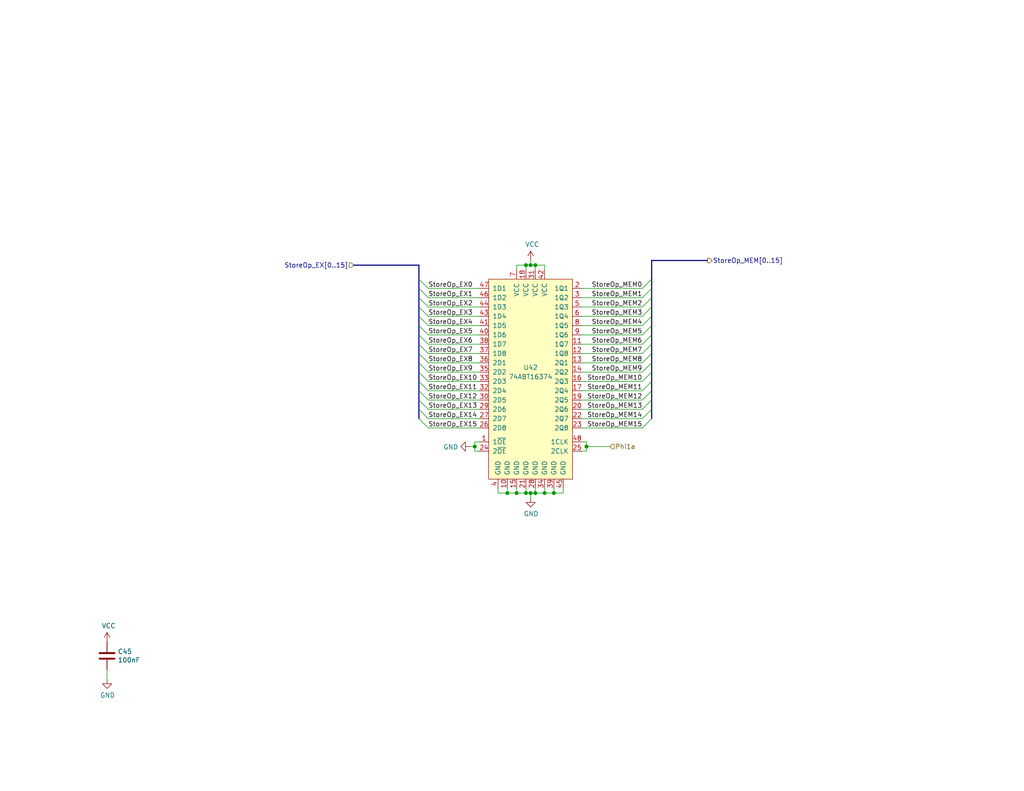
<source format=kicad_sch>
(kicad_sch (version 20211123) (generator eeschema)
  (paper "USLetter")
  (title_block (title "EX/MEM: Store Operand Register") (date "2022-09-25") (rev "C"))
  (lib_symbols
    (symbol "74xx (kicad5):74ABT16374" (pin_names (offset 1.016))
      (property "Reference" "U" (at 0 1.27 0))
      (property "Value" "74ABT16374" (at 0 -1.27 0))
      (symbol "74ABT16374_0_0"
        (pin input line (at -13.97 -20.32 0) (length 2.54) (name "1~{OE}") (number "1"))
        (pin power_in line (at -6.35 -33.02 90) (length 2.54) (name "GND") (number "10"))
        (pin tri_state line (at 13.97 6.35 180) (length 2.54) (name "1Q7") (number "11"))
        (pin tri_state line (at 13.97 3.81 180) (length 2.54) (name "1Q8") (number "12"))
        (pin tri_state line (at 13.97 1.27 180) (length 2.54) (name "2Q1") (number "13"))
        (pin tri_state line (at 13.97 -1.27 180) (length 2.54) (name "2Q2") (number "14"))
        (pin power_in line (at -3.81 -33.02 90) (length 2.54) (name "GND") (number "15"))
        (pin tri_state line (at 13.97 -3.81 180) (length 2.54) (name "2Q3") (number "16"))
        (pin tri_state line (at 13.97 -6.35 180) (length 2.54) (name "2Q4") (number "17"))
        (pin power_in line (at -1.27 26.67 270) (length 2.54) (name "VCC") (number "18"))
        (pin tri_state line (at 13.97 -8.89 180) (length 2.54) (name "2Q5") (number "19"))
        (pin tri_state line (at 13.97 21.59 180) (length 2.54) (name "1Q1") (number "2"))
        (pin tri_state line (at 13.97 -11.43 180) (length 2.54) (name "2Q6") (number "20"))
        (pin power_in line (at -1.27 -33.02 90) (length 2.54) (name "GND") (number "21"))
        (pin tri_state line (at 13.97 -13.97 180) (length 2.54) (name "2Q7") (number "22"))
        (pin tri_state line (at 13.97 -16.51 180) (length 2.54) (name "2Q8") (number "23"))
        (pin input line (at -13.97 -22.86 0) (length 2.54) (name "2~{OE}") (number "24"))
        (pin input line (at 13.97 -22.86 180) (length 2.54) (name "2CLK") (number "25"))
        (pin input line (at -13.97 -16.51 0) (length 2.54) (name "2D8") (number "26"))
        (pin input line (at -13.97 -13.97 0) (length 2.54) (name "2D7") (number "27"))
        (pin power_in line (at 1.27 -33.02 90) (length 2.54) (name "GND") (number "28"))
        (pin input line (at -13.97 -11.43 0) (length 2.54) (name "2D6") (number "29"))
        (pin tri_state line (at 13.97 19.05 180) (length 2.54) (name "1Q2") (number "3"))
        (pin input line (at -13.97 -8.89 0) (length 2.54) (name "2D5") (number "30"))
        (pin power_in line (at 1.27 26.67 270) (length 2.54) (name "VCC") (number "31"))
        (pin input line (at -13.97 -6.35 0) (length 2.54) (name "2D4") (number "32"))
        (pin input line (at -13.97 -3.81 0) (length 2.54) (name "2D3") (number "33"))
        (pin power_in line (at 3.81 -33.02 90) (length 2.54) (name "GND") (number "34"))
        (pin input line (at -13.97 -1.27 0) (length 2.54) (name "2D2") (number "35"))
        (pin input line (at -13.97 1.27 0) (length 2.54) (name "2D1") (number "36"))
        (pin input line (at -13.97 3.81 0) (length 2.54) (name "1D8") (number "37"))
        (pin input line (at -13.97 6.35 0) (length 2.54) (name "1D7") (number "38"))
        (pin power_in line (at 6.35 -33.02 90) (length 2.54) (name "GND") (number "39"))
        (pin power_in line (at -8.89 -33.02 90) (length 2.54) (name "GND") (number "4"))
        (pin input line (at -13.97 8.89 0) (length 2.54) (name "1D6") (number "40"))
        (pin input line (at -13.97 11.43 0) (length 2.54) (name "1D5") (number "41"))
        (pin power_in line (at 3.81 26.67 270) (length 2.54) (name "VCC") (number "42"))
        (pin input line (at -13.97 13.97 0) (length 2.54) (name "1D4") (number "43"))
        (pin input line (at -13.97 16.51 0) (length 2.54) (name "1D3") (number "44"))
        (pin power_in line (at 8.89 -33.02 90) (length 2.54) (name "GND") (number "45"))
        (pin input line (at -13.97 19.05 0) (length 2.54) (name "1D2") (number "46"))
        (pin input line (at -13.97 21.59 0) (length 2.54) (name "1D1") (number "47"))
        (pin input line (at 13.97 -20.32 180) (length 2.54) (name "1CLK") (number "48"))
        (pin tri_state line (at 13.97 16.51 180) (length 2.54) (name "1Q3") (number "5"))
        (pin tri_state line (at 13.97 13.97 180) (length 2.54) (name "1Q4") (number "6"))
        (pin power_in line (at -3.81 26.67 270) (length 2.54) (name "VCC") (number "7"))
        (pin tri_state line (at 13.97 11.43 180) (length 2.54) (name "1Q5") (number "8"))
        (pin tri_state line (at 13.97 8.89 180) (length 2.54) (name "1Q6") (number "9"))
      )
      (symbol "74ABT16374_0_1"
        (rectangle (start -11.43 24.13) (end 11.43 -30.48) (fill (type background)))
      )
    )
    (symbol "Device:C" (pin_numbers hide) (pin_names (offset 0.254))
      (property "Reference" "C" (at 0.635 2.54 0))
      (property "Value" "C" (at 0.635 -2.54 0))
      (symbol "C_0_1"
        (polyline (pts (xy -2.032 -0.762) (xy 2.032 -0.762)) (stroke (width 0.508)))
        (polyline (pts (xy -2.032 0.762) (xy 2.032 0.762)) (stroke (width 0.508)))
      )
      (symbol "C_1_1"
        (pin passive line (at 0 3.81 270) (length 2.794) (name "~") (number "1"))
        (pin passive line (at 0 -3.81 90) (length 2.794) (name "~") (number "2"))
      )
    )
    (symbol "power:GND" (power) (pin_names (offset 0))
      (property "Value" "GND" (at 0 -3.81 0))
      (symbol "GND_0_1"
        (polyline (pts (xy 0 0) (xy 0 -1.27) (xy 1.27 -1.27) (xy 0 -2.54) (xy -1.27 -1.27) (xy 0 -1.27)))
      )
      (symbol "GND_1_1"
        (pin power_in line (at 0 0 270) (length 0) hide (name "GND") (number "1"))
      )
    )
    (symbol "power:VCC" (power) (pin_names (offset 0))
      (property "Value" "VCC" (at 0 3.81 0))
      (symbol "VCC_0_1"
        (polyline (pts (xy -0.762 1.27) (xy 0 2.54)))
        (polyline (pts (xy 0 0) (xy 0 2.54)))
        (polyline (pts (xy 0 2.54) (xy 0.762 1.27)))
      )
      (symbol "VCC_1_1"
        (pin power_in line (at 0 0 90) (length 0) hide (name "VCC") (number "1"))
      )
    )
  )
  (junction (at 144.78 72.39))
  (junction (at 143.51 134.62))
  (junction (at 144.78 134.62))
  (junction (at 138.43 134.62))
  (junction (at 160.02 121.92))
  (junction (at 143.51 72.39))
  (junction (at 146.05 72.39))
  (junction (at 151.13 134.62))
  (junction (at 129.54 121.92))
  (junction (at 140.97 134.62))
  (junction (at 148.59 134.62))
  (junction (at 146.05 134.62))
  (bus_entry (at 114.3 78.74) (size 2.54 2.54))
  (bus_entry (at 114.3 76.2) (size 2.54 2.54))
  (bus_entry (at 114.3 91.44) (size 2.54 2.54))
  (bus_entry (at 114.3 114.3) (size 2.54 2.54))
  (bus_entry (at 177.8 106.68) (size -2.54 2.54))
  (bus_entry (at 114.3 111.76) (size 2.54 2.54))
  (bus_entry (at 114.3 109.22) (size 2.54 2.54))
  (bus_entry (at 114.3 88.9) (size 2.54 2.54))
  (bus_entry (at 114.3 96.52) (size 2.54 2.54))
  (bus_entry (at 177.8 88.9) (size -2.54 2.54))
  (bus_entry (at 114.3 101.6) (size 2.54 2.54))
  (bus_entry (at 177.8 86.36) (size -2.54 2.54))
  (bus_entry (at 177.8 96.52) (size -2.54 2.54))
  (bus_entry (at 114.3 99.06) (size 2.54 2.54))
  (bus_entry (at 114.3 83.82) (size 2.54 2.54))
  (bus_entry (at 177.8 76.2) (size -2.54 2.54))
  (bus_entry (at 114.3 104.14) (size 2.54 2.54))
  (bus_entry (at 177.8 83.82) (size -2.54 2.54))
  (bus_entry (at 177.8 109.22) (size -2.54 2.54))
  (bus_entry (at 177.8 114.3) (size -2.54 2.54))
  (bus_entry (at 177.8 99.06) (size -2.54 2.54))
  (bus_entry (at 114.3 81.28) (size 2.54 2.54))
  (bus_entry (at 114.3 93.98) (size 2.54 2.54))
  (bus_entry (at 177.8 101.6) (size -2.54 2.54))
  (bus_entry (at 177.8 104.14) (size -2.54 2.54))
  (bus_entry (at 177.8 91.44) (size -2.54 2.54))
  (bus_entry (at 114.3 86.36) (size 2.54 2.54))
  (bus_entry (at 177.8 111.76) (size -2.54 2.54))
  (bus_entry (at 177.8 93.98) (size -2.54 2.54))
  (bus_entry (at 177.8 81.28) (size -2.54 2.54))
  (bus_entry (at 177.8 78.74) (size -2.54 2.54))
  (bus_entry (at 114.3 106.68) (size 2.54 2.54))
  (wire (pts (xy 116.84 111.76) (xy 130.81 111.76)))
  (wire (pts (xy 138.43 134.62) (xy 140.97 134.62)))
  (wire (pts (xy 175.26 114.3) (xy 158.75 114.3)))
  (wire (pts (xy 116.84 81.28) (xy 130.81 81.28)))
  (wire (pts (xy 140.97 72.39) (xy 143.51 72.39)))
  (bus (pts (xy 177.8 78.74) (xy 177.8 81.28)))
  (wire (pts (xy 175.26 109.22) (xy 158.75 109.22)))
  (bus (pts (xy 177.8 101.6) (xy 177.8 104.14)))
  (wire (pts (xy 143.51 133.35) (xy 143.51 134.62)))
  (bus (pts (xy 177.8 96.52) (xy 177.8 99.06)))
  (wire (pts (xy 146.05 133.35) (xy 146.05 134.62)))
  (wire (pts (xy 143.51 73.66) (xy 143.51 72.39)))
  (bus (pts (xy 177.8 91.44) (xy 177.8 93.98)))
  (bus (pts (xy 114.3 81.28) (xy 114.3 83.82)))
  (wire (pts (xy 143.51 72.39) (xy 144.78 72.39)))
  (wire (pts (xy 116.84 93.98) (xy 130.81 93.98)))
  (wire (pts (xy 175.26 96.52) (xy 158.75 96.52)))
  (bus (pts (xy 114.3 86.36) (xy 114.3 88.9)))
  (wire (pts (xy 116.84 104.14) (xy 130.81 104.14)))
  (wire (pts (xy 140.97 134.62) (xy 143.51 134.62)))
  (wire (pts (xy 144.78 72.39) (xy 146.05 72.39)))
  (bus (pts (xy 177.8 71.12) (xy 177.8 76.2)))
  (wire (pts (xy 146.05 134.62) (xy 148.59 134.62)))
  (wire (pts (xy 135.89 133.35) (xy 135.89 134.62)))
  (bus (pts (xy 114.3 104.14) (xy 114.3 106.68)))
  (wire (pts (xy 116.84 86.36) (xy 130.81 86.36)))
  (wire (pts (xy 143.51 134.62) (xy 144.78 134.62)))
  (wire (pts (xy 144.78 71.12) (xy 144.78 72.39)))
  (bus (pts (xy 114.3 83.82) (xy 114.3 86.36)))
  (wire (pts (xy 160.02 121.92) (xy 166.37 121.92)))
  (wire (pts (xy 116.84 106.68) (xy 130.81 106.68)))
  (wire (pts (xy 160.02 120.65) (xy 160.02 121.92)))
  (wire (pts (xy 160.02 121.92) (xy 160.02 123.19)))
  (wire (pts (xy 135.89 134.62) (xy 138.43 134.62)))
  (wire (pts (xy 175.26 91.44) (xy 158.75 91.44)))
  (bus (pts (xy 114.3 88.9) (xy 114.3 91.44)))
  (wire (pts (xy 175.26 116.84) (xy 158.75 116.84)))
  (bus (pts (xy 177.8 111.76) (xy 177.8 114.3)))
  (wire (pts (xy 138.43 133.35) (xy 138.43 134.62)))
  (bus (pts (xy 177.8 99.06) (xy 177.8 101.6)))
  (wire (pts (xy 116.84 109.22) (xy 130.81 109.22)))
  (bus (pts (xy 177.8 76.2) (xy 177.8 78.74)))
  (wire (pts (xy 153.67 134.62) (xy 153.67 133.35)))
  (wire (pts (xy 129.54 121.92) (xy 129.54 123.19)))
  (wire (pts (xy 116.84 96.52) (xy 130.81 96.52)))
  (wire (pts (xy 146.05 72.39) (xy 148.59 72.39)))
  (wire (pts (xy 140.97 73.66) (xy 140.97 72.39)))
  (wire (pts (xy 151.13 134.62) (xy 153.67 134.62)))
  (wire (pts (xy 175.26 106.68) (xy 158.75 106.68)))
  (wire (pts (xy 151.13 133.35) (xy 151.13 134.62)))
  (wire (pts (xy 144.78 134.62) (xy 144.78 135.89)))
  (bus (pts (xy 114.3 72.39) (xy 114.3 76.2)))
  (bus (pts (xy 114.3 109.22) (xy 114.3 111.76)))
  (wire (pts (xy 116.84 83.82) (xy 130.81 83.82)))
  (wire (pts (xy 129.54 121.92) (xy 128.27 121.92)))
  (bus (pts (xy 177.8 106.68) (xy 177.8 109.22)))
  (bus (pts (xy 114.3 111.76) (xy 114.3 114.3)))
  (wire (pts (xy 148.59 72.39) (xy 148.59 73.66)))
  (bus (pts (xy 114.3 78.74) (xy 114.3 81.28)))
  (wire (pts (xy 175.26 78.74) (xy 158.75 78.74)))
  (wire (pts (xy 175.26 101.6) (xy 158.75 101.6)))
  (wire (pts (xy 175.26 111.76) (xy 158.75 111.76)))
  (bus (pts (xy 177.8 83.82) (xy 177.8 86.36)))
  (wire (pts (xy 116.84 91.44) (xy 130.81 91.44)))
  (bus (pts (xy 114.3 106.68) (xy 114.3 109.22)))
  (wire (pts (xy 160.02 123.19) (xy 158.75 123.19)))
  (bus (pts (xy 114.3 91.44) (xy 114.3 93.98)))
  (wire (pts (xy 140.97 133.35) (xy 140.97 134.62)))
  (bus (pts (xy 177.8 88.9) (xy 177.8 91.44)))
  (wire (pts (xy 129.54 120.65) (xy 129.54 121.92)))
  (wire (pts (xy 116.84 101.6) (xy 130.81 101.6)))
  (wire (pts (xy 175.26 104.14) (xy 158.75 104.14)))
  (wire (pts (xy 130.81 120.65) (xy 129.54 120.65)))
  (wire (pts (xy 148.59 134.62) (xy 151.13 134.62)))
  (bus (pts (xy 177.8 93.98) (xy 177.8 96.52)))
  (wire (pts (xy 29.21 185.42) (xy 29.21 182.88)))
  (bus (pts (xy 177.8 86.36) (xy 177.8 88.9)))
  (bus (pts (xy 114.3 76.2) (xy 114.3 78.74)))
  (bus (pts (xy 96.52 72.39) (xy 114.3 72.39)))
  (wire (pts (xy 175.26 81.28) (xy 158.75 81.28)))
  (bus (pts (xy 177.8 81.28) (xy 177.8 83.82)))
  (wire (pts (xy 146.05 73.66) (xy 146.05 72.39)))
  (wire (pts (xy 129.54 123.19) (xy 130.81 123.19)))
  (bus (pts (xy 193.04 71.12) (xy 177.8 71.12)))
  (bus (pts (xy 114.3 99.06) (xy 114.3 101.6)))
  (bus (pts (xy 114.3 93.98) (xy 114.3 96.52)))
  (bus (pts (xy 114.3 96.52) (xy 114.3 99.06)))
  (wire (pts (xy 116.84 88.9) (xy 130.81 88.9)))
  (bus (pts (xy 177.8 109.22) (xy 177.8 111.76)))
  (wire (pts (xy 144.78 134.62) (xy 146.05 134.62)))
  (wire (pts (xy 116.84 116.84) (xy 130.81 116.84)))
  (wire (pts (xy 175.26 88.9) (xy 158.75 88.9)))
  (wire (pts (xy 148.59 133.35) (xy 148.59 134.62)))
  (wire (pts (xy 175.26 86.36) (xy 158.75 86.36)))
  (bus (pts (xy 114.3 101.6) (xy 114.3 104.14)))
  (wire (pts (xy 175.26 83.82) (xy 158.75 83.82)))
  (wire (pts (xy 116.84 99.06) (xy 130.81 99.06)))
  (wire (pts (xy 116.84 78.74) (xy 130.81 78.74)))
  (wire (pts (xy 158.75 120.65) (xy 160.02 120.65)))
  (wire (pts (xy 116.84 114.3) (xy 130.81 114.3)))
  (wire (pts (xy 175.26 99.06) (xy 158.75 99.06)))
  (bus (pts (xy 177.8 104.14) (xy 177.8 106.68)))
  (wire (pts (xy 175.26 93.98) (xy 158.75 93.98)))
  (label "StoreOp_EX12" (at 116.84 109.22 0))
  (label "StoreOp_EX13" (at 116.84 111.76 0))
  (label "StoreOp_EX0" (at 116.84 78.74 0))
  (label "StoreOp_MEM2" (at 175.26 83.82 180))
  (label "StoreOp_EX2" (at 116.84 83.82 0))
  (label "StoreOp_EX8" (at 116.84 99.06 0))
  (label "StoreOp_MEM10" (at 175.26 104.14 180))
  (label "StoreOp_MEM15" (at 175.26 116.84 180))
  (label "StoreOp_EX10" (at 116.84 104.14 0))
  (label "StoreOp_MEM12" (at 175.26 109.22 180))
  (label "StoreOp_MEM4" (at 175.26 88.9 180))
  (label "StoreOp_EX6" (at 116.84 93.98 0))
  (label "StoreOp_MEM1" (at 175.26 81.28 180))
  (label "StoreOp_MEM9" (at 175.26 101.6 180))
  (label "StoreOp_MEM7" (at 175.26 96.52 180))
  (label "StoreOp_EX11" (at 116.84 106.68 0))
  (label "StoreOp_EX3" (at 116.84 86.36 0))
  (label "StoreOp_EX1" (at 116.84 81.28 0))
  (label "StoreOp_EX7" (at 116.84 96.52 0))
  (label "StoreOp_MEM3" (at 175.26 86.36 180))
  (label "StoreOp_EX9" (at 116.84 101.6 0))
  (label "StoreOp_MEM14" (at 175.26 114.3 180))
  (label "StoreOp_MEM8" (at 175.26 99.06 180))
  (label "StoreOp_MEM13" (at 175.26 111.76 180))
  (label "StoreOp_EX15" (at 116.84 116.84 0))
  (label "StoreOp_EX5" (at 116.84 91.44 0))
  (label "StoreOp_MEM11" (at 175.26 106.68 180))
  (label "StoreOp_EX14" (at 116.84 114.3 0))
  (label "StoreOp_MEM5" (at 175.26 91.44 180))
  (label "StoreOp_MEM6" (at 175.26 93.98 180))
  (label "StoreOp_MEM0" (at 175.26 78.74 180))
  (label "StoreOp_EX4" (at 116.84 88.9 0))
  (hierarchical_label "StoreOp_MEM[0..15]" (shape output) (at 193.04 71.12 0))
  (hierarchical_label "Phi1a" (shape input) (at 166.37 121.92 0))
  (hierarchical_label "StoreOp_EX[0..15]" (shape input) (at 96.52 72.39 180))
  (symbol (lib_id "Device:C") (at 29.21 179.07 0) (unit 1)
    (property "Reference" "C45" (at 32.131 177.9016 0) (effects (justify left)))
    (property "Value" "100nF" (at 32.131 180.213 0) (effects (justify left)))
    (property "Footprint" "Capacitor_SMD:C_0603_1608Metric_Pad1.08x0.95mm_HandSolder" (effects hide))
    (property "Mouser" "https://www.mouser.com/ProductDetail/963-EMK107B7104KAHT" (effects hide))
  )
  (symbol (lib_id "power:VCC") (at 29.21 175.26 0) (unit 1)
    (property "Reference" "#PWR0251" (effects hide))
    (property "Value" "VCC" (at 29.6418 170.8658 0))
  )
  (symbol (lib_id "power:GND") (at 29.21 185.42 0) (unit 1)
    (property "Reference" "#PWR0252" (effects hide))
    (property "Value" "GND" (at 29.337 189.8142 0))
  )
  (symbol (lib_id "power:GND") (at 128.27 121.92 270) (unit 1)
    (property "Reference" "#PWR0253" (effects hide))
    (property "Value" "GND" (at 125.0188 122.047 90) (effects (justify right)))
  )
  (symbol (lib_id "power:VCC") (at 144.78 71.12 0) (unit 1)
    (property "Reference" "#PWR0254" (effects hide))
    (property "Value" "VCC" (at 145.2118 66.7258 0))
  )
  (symbol (lib_id "power:GND") (at 144.78 135.89 0) (unit 1)
    (property "Reference" "#PWR0255" (effects hide))
    (property "Value" "GND" (at 144.907 140.2842 0))
  )
  (symbol (lib_id "74xx (kicad5):74ABT16374") (at 144.78 100.33 0) (unit 1)
    (property "Reference" "U42" (at 144.78 100.33 0))
    (property "Value" "74ABT16374" (at 144.78 102.87 0))
    (property "Footprint" "Package_SO:TSSOP-48_6.1x12.5mm_P0.5mm" (effects hide))
    (property "Datasheet" "https://www.ti.com/lit/ds/symlink/sn74abt16374a.pdf?HQS=dis-mous-null-mousermode-dsf-pf-null-wwe&ts=1617318801237" (effects hide))
    (property "Mouser" "https://www.mouser.com/ProductDetail/Texas-Instruments/SN74ABT16374ADGGR?qs=%2Fha2pyFadui8Wf%2F61v2joCyY9bOa3peBR5btn0VUHs8%3D" (effects hide))
  )
)
</source>
